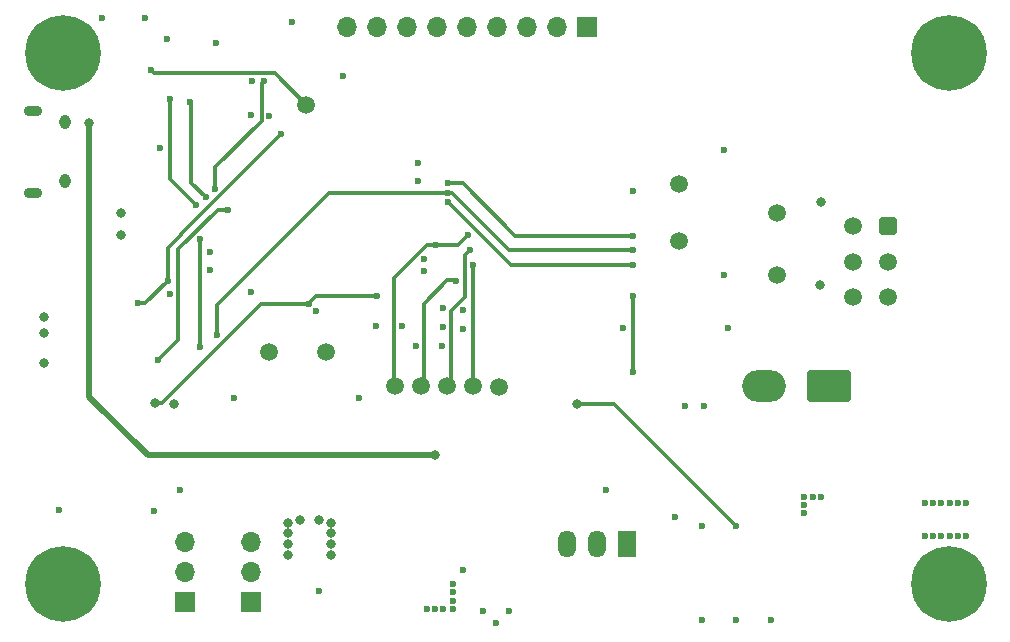
<source format=gbl>
G04 #@! TF.GenerationSoftware,KiCad,Pcbnew,6.0.0-d3dd2cf0fa~116~ubuntu20.04.1*
G04 #@! TF.CreationDate,2022-01-09T15:49:13-07:00*
G04 #@! TF.ProjectId,software_dev_board,736f6674-7761-4726-955f-6465765f626f,A*
G04 #@! TF.SameCoordinates,Original*
G04 #@! TF.FileFunction,Copper,L4,Bot*
G04 #@! TF.FilePolarity,Positive*
%FSLAX46Y46*%
G04 Gerber Fmt 4.6, Leading zero omitted, Abs format (unit mm)*
G04 Created by KiCad (PCBNEW 6.0.0-d3dd2cf0fa~116~ubuntu20.04.1) date 2022-01-09 15:49:13*
%MOMM*%
%LPD*%
G01*
G04 APERTURE LIST*
G04 Aperture macros list*
%AMRoundRect*
0 Rectangle with rounded corners*
0 $1 Rounding radius*
0 $2 $3 $4 $5 $6 $7 $8 $9 X,Y pos of 4 corners*
0 Add a 4 corners polygon primitive as box body*
4,1,4,$2,$3,$4,$5,$6,$7,$8,$9,$2,$3,0*
0 Add four circle primitives for the rounded corners*
1,1,$1+$1,$2,$3*
1,1,$1+$1,$4,$5*
1,1,$1+$1,$6,$7*
1,1,$1+$1,$8,$9*
0 Add four rect primitives between the rounded corners*
20,1,$1+$1,$2,$3,$4,$5,0*
20,1,$1+$1,$4,$5,$6,$7,0*
20,1,$1+$1,$6,$7,$8,$9,0*
20,1,$1+$1,$8,$9,$2,$3,0*%
G04 Aperture macros list end*
G04 #@! TA.AperFunction,ComponentPad*
%ADD10C,1.500000*%
G04 #@! TD*
G04 #@! TA.AperFunction,ComponentPad*
%ADD11R,1.700000X1.700000*%
G04 #@! TD*
G04 #@! TA.AperFunction,ComponentPad*
%ADD12O,1.700000X1.700000*%
G04 #@! TD*
G04 #@! TA.AperFunction,ComponentPad*
%ADD13R,1.500000X2.300000*%
G04 #@! TD*
G04 #@! TA.AperFunction,ComponentPad*
%ADD14O,1.500000X2.300000*%
G04 #@! TD*
G04 #@! TA.AperFunction,ComponentPad*
%ADD15C,0.800000*%
G04 #@! TD*
G04 #@! TA.AperFunction,ComponentPad*
%ADD16C,6.400000*%
G04 #@! TD*
G04 #@! TA.AperFunction,ComponentPad*
%ADD17O,1.550000X0.890000*%
G04 #@! TD*
G04 #@! TA.AperFunction,ComponentPad*
%ADD18O,0.950000X1.250000*%
G04 #@! TD*
G04 #@! TA.AperFunction,ComponentPad*
%ADD19RoundRect,0.250000X-0.500000X0.500000X-0.500000X-0.500000X0.500000X-0.500000X0.500000X0.500000X0*%
G04 #@! TD*
G04 #@! TA.AperFunction,ComponentPad*
%ADD20RoundRect,0.250001X-1.599999X1.099999X-1.599999X-1.099999X1.599999X-1.099999X1.599999X1.099999X0*%
G04 #@! TD*
G04 #@! TA.AperFunction,ComponentPad*
%ADD21O,3.700000X2.700000*%
G04 #@! TD*
G04 #@! TA.AperFunction,ViaPad*
%ADD22C,0.600000*%
G04 #@! TD*
G04 #@! TA.AperFunction,ViaPad*
%ADD23C,0.800000*%
G04 #@! TD*
G04 #@! TA.AperFunction,Conductor*
%ADD24C,0.300000*%
G04 #@! TD*
G04 #@! TA.AperFunction,Conductor*
%ADD25C,0.500000*%
G04 #@! TD*
G04 APERTURE END LIST*
D10*
X134300000Y-104600000D03*
X138700000Y-104600000D03*
X136500000Y-104600000D03*
X140900000Y-104700000D03*
X132100000Y-104600000D03*
D11*
X148400000Y-74200000D03*
D12*
X145860000Y-74200000D03*
X143320000Y-74200000D03*
X140780000Y-74200000D03*
X138240000Y-74200000D03*
X135700000Y-74200000D03*
X133160000Y-74200000D03*
X130620000Y-74200000D03*
X128080000Y-74200000D03*
D10*
X156174000Y-92380000D03*
X156174000Y-87500000D03*
D13*
X151760000Y-117958000D03*
D14*
X149220000Y-117958000D03*
X146680000Y-117958000D03*
D10*
X126326000Y-101777999D03*
X121446000Y-101777999D03*
D15*
X105697056Y-78097056D03*
X101600000Y-76400000D03*
X105697056Y-74702944D03*
X102302944Y-74702944D03*
D16*
X104000000Y-76400000D03*
D15*
X102302944Y-78097056D03*
X104000000Y-78800000D03*
X106400000Y-76400000D03*
X104000000Y-74000000D03*
D16*
X179000000Y-76400000D03*
D15*
X179000000Y-78800000D03*
X177302944Y-74702944D03*
X180697056Y-78097056D03*
X181400000Y-76400000D03*
X177302944Y-78097056D03*
X180697056Y-74702944D03*
X179000000Y-74000000D03*
X176600000Y-76400000D03*
D17*
X101500000Y-88300000D03*
D18*
X104200000Y-82300000D03*
X104200000Y-87300000D03*
D17*
X101500000Y-81300000D03*
D15*
X180697056Y-123097056D03*
X180697056Y-119702944D03*
X177302944Y-123097056D03*
X179000000Y-123800000D03*
X176600000Y-121400000D03*
X181400000Y-121400000D03*
X179000000Y-119000000D03*
D16*
X179000000Y-121400000D03*
D15*
X177302944Y-119702944D03*
D11*
X119914000Y-122874000D03*
D12*
X119914000Y-120334000D03*
X119914000Y-117794000D03*
D11*
X114326000Y-122874000D03*
D12*
X114326000Y-120334000D03*
X114326000Y-117794000D03*
D15*
X105697056Y-119702944D03*
X105697056Y-123097056D03*
X102302944Y-123097056D03*
X104000000Y-119000000D03*
X102302944Y-119702944D03*
X104000000Y-123800000D03*
D16*
X104000000Y-121400000D03*
D15*
X101600000Y-121400000D03*
X106400000Y-121400000D03*
D19*
X173900000Y-91100000D03*
D10*
X173900000Y-94100000D03*
X173900000Y-97100000D03*
X170900000Y-91100000D03*
X170900000Y-94100000D03*
X170900000Y-97100000D03*
X164500000Y-90000000D03*
X164500000Y-95200000D03*
X124600000Y-80800000D03*
D20*
X168900000Y-104600000D03*
D21*
X163400000Y-104600000D03*
D22*
X130610000Y-97010000D03*
D23*
X111800000Y-106100000D03*
D22*
X124843159Y-97700000D03*
X155800000Y-115700000D03*
X112200000Y-84500000D03*
X179100000Y-114500000D03*
X125400000Y-98300000D03*
D23*
X168100000Y-96100000D03*
D22*
X177700000Y-117300000D03*
X151400000Y-99700000D03*
X120000000Y-78800000D03*
X156700000Y-106300000D03*
X113100000Y-96800000D03*
X130500000Y-99500000D03*
X137000000Y-122100000D03*
D23*
X168164000Y-89064000D03*
D22*
X179800000Y-117300000D03*
X135500000Y-123500000D03*
X141800000Y-123700000D03*
X117000000Y-75600000D03*
X164000000Y-124400000D03*
D23*
X102400000Y-100100000D03*
D22*
X150000000Y-113400000D03*
X136100000Y-101200000D03*
X180500000Y-117300000D03*
X136200000Y-123500000D03*
X139600000Y-123700000D03*
X180500000Y-114500000D03*
X166800000Y-114700000D03*
X134800000Y-123500000D03*
X118500000Y-105600000D03*
X158100000Y-124400000D03*
X125700000Y-122000000D03*
X133900000Y-101200000D03*
X152300000Y-88100000D03*
X119900000Y-96700000D03*
X177000000Y-114500000D03*
X177000000Y-117300000D03*
X179800000Y-114500000D03*
X178400000Y-117300000D03*
X113900000Y-113400000D03*
X166800000Y-115400000D03*
X127700000Y-78400000D03*
X166800000Y-114000000D03*
X161000000Y-124400000D03*
X160300000Y-99700000D03*
X168200000Y-114000000D03*
X137000000Y-123500000D03*
X178400000Y-114500000D03*
X132700000Y-99500000D03*
X137900000Y-120200000D03*
X103700000Y-115100000D03*
X140700000Y-124700000D03*
X137000000Y-121400000D03*
X129100000Y-105600000D03*
X111700000Y-115200000D03*
X167500000Y-114000000D03*
X134600000Y-94900000D03*
X112800000Y-75200000D03*
X160000000Y-95200000D03*
X137000000Y-122800000D03*
X177700000Y-114500000D03*
X121500000Y-81800000D03*
X179100000Y-117300000D03*
X137900000Y-99800000D03*
D23*
X102400000Y-98800000D03*
D22*
X134100000Y-87300000D03*
X116500000Y-93300000D03*
D23*
X102400000Y-102700000D03*
D22*
X160000000Y-84600000D03*
X161000000Y-116500000D03*
D23*
X147561500Y-106161500D03*
X126700000Y-118000000D03*
X124100000Y-116000000D03*
D22*
X123400000Y-73800000D03*
D23*
X108900000Y-91800000D03*
X123100000Y-117100000D03*
D22*
X107300000Y-73500000D03*
X111000000Y-73500000D03*
X116500000Y-94800000D03*
X119900000Y-81700000D03*
X158100000Y-116500000D03*
X137900000Y-98200000D03*
X134100000Y-85700000D03*
D23*
X126700000Y-118900000D03*
X123100000Y-118000000D03*
X126700000Y-116200000D03*
D22*
X134600000Y-93900000D03*
X136200000Y-99600000D03*
D23*
X123100000Y-118900000D03*
X126700000Y-117100000D03*
X125700000Y-116000000D03*
X113413173Y-106113173D03*
D22*
X158300000Y-106300000D03*
D23*
X123100000Y-116200000D03*
D22*
X136200000Y-98000000D03*
D23*
X108900000Y-90000000D03*
D22*
X122480447Y-83300000D03*
X112900000Y-95700000D03*
X110400000Y-97600000D03*
X112100000Y-102400000D03*
X117996790Y-89703210D03*
D23*
X106244500Y-82344500D03*
X135500000Y-110500000D03*
D22*
X111500000Y-77900000D03*
X137300000Y-95700000D03*
X138330331Y-91869669D03*
X135600000Y-92700000D03*
X138700000Y-94400000D03*
X138500000Y-93100000D03*
X152300000Y-94400000D03*
X136600000Y-89053210D03*
X117100000Y-100300000D03*
X136600000Y-88253207D03*
X152300000Y-93100000D03*
X136600000Y-87453204D03*
X152300000Y-91900000D03*
X152300000Y-97000000D03*
X152300000Y-103400000D03*
X113100000Y-80300000D03*
X115300000Y-89300000D03*
X116100000Y-88600000D03*
X114800000Y-80600000D03*
X121000000Y-78800000D03*
X116900000Y-87900000D03*
X115600000Y-92200000D03*
X115600000Y-101300000D03*
D24*
X136850001Y-98287997D02*
X136850001Y-104249999D01*
X136850001Y-104249999D02*
X136500000Y-104600000D01*
X138700000Y-104600000D02*
X138700000Y-94424000D01*
X138037999Y-93562001D02*
X138037999Y-97099999D01*
X138037999Y-97099999D02*
X136850001Y-98287997D01*
X138500000Y-93100000D02*
X138037999Y-93562001D01*
X135600000Y-92700000D02*
X134837998Y-92700000D01*
X134837998Y-92700000D02*
X132049999Y-95487999D01*
X132049999Y-95487999D02*
X132049999Y-104549999D01*
X137500000Y-92700000D02*
X138330331Y-91869669D01*
X135600000Y-92700000D02*
X137500000Y-92700000D01*
X125400000Y-97000000D02*
X130600000Y-97000000D01*
X111800000Y-106100000D02*
X112365685Y-106100000D01*
X112365685Y-106100000D02*
X120765685Y-97700000D01*
X125400000Y-97000000D02*
X124843159Y-97556841D01*
X130600000Y-97000000D02*
X130610000Y-97010000D01*
X120765685Y-97700000D02*
X124843159Y-97700000D01*
X124843159Y-97556841D02*
X124843159Y-97700000D01*
X150661500Y-106161500D02*
X161000000Y-116500000D01*
X147561500Y-106161500D02*
X150661500Y-106161500D01*
X112900000Y-95700000D02*
X112900000Y-92900000D01*
X114000000Y-91800000D02*
X112900000Y-92900000D01*
X122480447Y-83300000D02*
X114000000Y-91780447D01*
X111000000Y-97600000D02*
X112900000Y-95700000D01*
X110400000Y-97600000D02*
X111000000Y-97600000D01*
X114000000Y-91780447D02*
X114000000Y-91800000D01*
X117996790Y-89703210D02*
X117134788Y-89703210D01*
X113800000Y-93037998D02*
X113800000Y-100700000D01*
X117134788Y-89703210D02*
X113800000Y-93037998D01*
X113800000Y-100700000D02*
X112100000Y-102400000D01*
D25*
X106244500Y-82344500D02*
X106244500Y-105544500D01*
X111200000Y-110500000D02*
X135500000Y-110500000D01*
X111200000Y-110500000D02*
X106244500Y-105544500D01*
D24*
X111749999Y-78149999D02*
X111500000Y-77900000D01*
X124600000Y-80800000D02*
X121949999Y-78149999D01*
X121949999Y-78149999D02*
X111749999Y-78149999D01*
X136518000Y-95682000D02*
X134550001Y-97649999D01*
X134550001Y-97649999D02*
X134550001Y-104349999D01*
X137319998Y-95682000D02*
X136518000Y-95682000D01*
X134550001Y-104349999D02*
X134300000Y-104600000D01*
X132049999Y-104549999D02*
X132100000Y-104600000D01*
X138700000Y-94424000D02*
X138688000Y-94412000D01*
X141946790Y-94400000D02*
X152300000Y-94400000D01*
X136600000Y-89053210D02*
X141946790Y-94400000D01*
X136953207Y-88253207D02*
X141800000Y-93100000D01*
X117100000Y-97737998D02*
X126584791Y-88253207D01*
X117100000Y-100300000D02*
X117100000Y-97737998D01*
X141800000Y-93100000D02*
X152300000Y-93100000D01*
X126584791Y-88253207D02*
X136600000Y-88253207D01*
X136600000Y-88253207D02*
X136953207Y-88253207D01*
X142300000Y-91900000D02*
X152300000Y-91900000D01*
X136600000Y-87453204D02*
X137853204Y-87453204D01*
X137853204Y-87453204D02*
X142300000Y-91900000D01*
X152300000Y-97000000D02*
X152300000Y-103400000D01*
X113100000Y-87100000D02*
X113100000Y-80300000D01*
X115300000Y-89300000D02*
X113100000Y-87100000D01*
X114900000Y-87400000D02*
X114900000Y-80700000D01*
X116100000Y-88600000D02*
X114900000Y-87400000D01*
X114900000Y-80700000D02*
X114800000Y-80600000D01*
X120849999Y-82150001D02*
X120849999Y-78950001D01*
X116900000Y-87900000D02*
X116900000Y-86100000D01*
X116900000Y-86100000D02*
X120849999Y-82150001D01*
X120849999Y-78950001D02*
X121000000Y-78800000D01*
X115600000Y-100300000D02*
X115600000Y-101300000D01*
X115600000Y-100300000D02*
X115600000Y-92200000D01*
M02*

</source>
